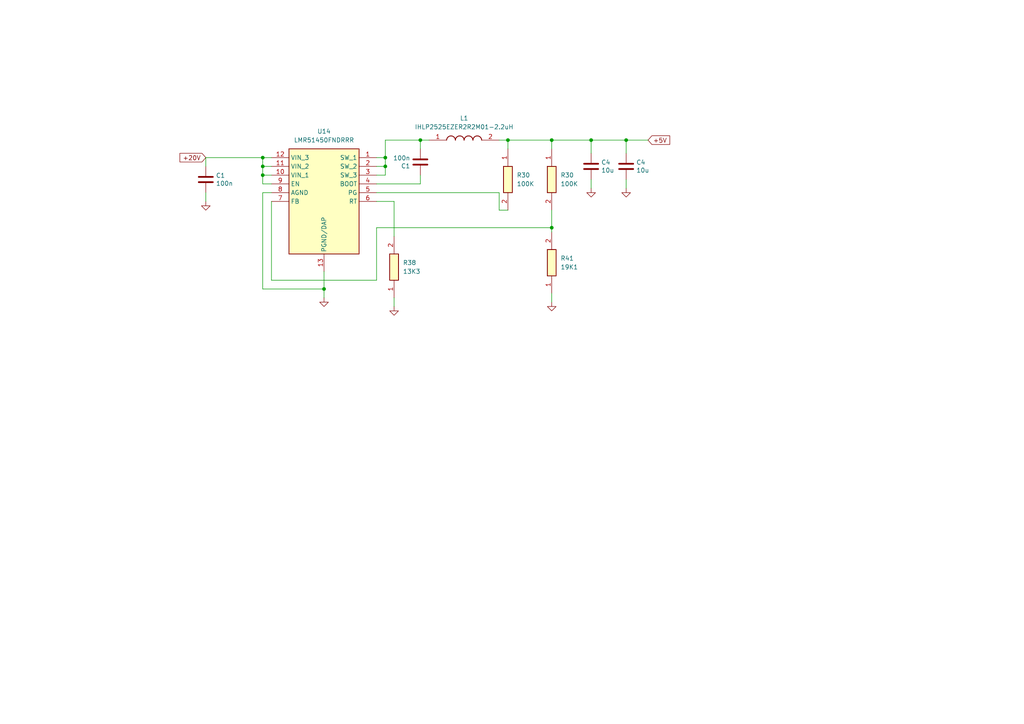
<source format=kicad_sch>
(kicad_sch (version 20230121) (generator eeschema)
  (paper "A4")
  (lib_symbols
    (symbol "Device:C" (pin_numbers hide) (pin_names (offset 0.254))
      (property "Reference" "C" (at 0.635 2.54 0))
      (property "Value" "C" (at 0.635 -2.54 0))
      (symbol "C_0_1"
        (polyline (pts (xy -2.032 -0.762) (xy 2.032 -0.762)) (stroke (width 0.508)))
        (polyline (pts (xy -2.032 0.762) (xy 2.032 0.762)) (stroke (width 0.508)))
      )
      (symbol "C_1_1"
        (pin passive line (at 0 3.81 270) (length 2.794) (name "~") (number "1"))
        (pin passive line (at 0 -3.81 90) (length 2.794) (name "~") (number "2"))
      )
    )
    (symbol "SamacSys_Parts:CR0402-FX-1003GLF" (pin_names hide)
      (property "Reference" "R" (at 13.97 6.35 0))
      (property "Value" "CR0402-FX-1003GLF" (at 13.97 3.81 0))
      (symbol "CR0402-FX-1003GLF_1_1"
        (rectangle (start 5.08 1.27) (end 12.7 -1.27) (stroke (width 0.254)) (fill (type background)))
        (pin passive line (at 0 0 0) (length 5.08) (name "1") (number "1"))
        (pin passive line (at 17.78 0 180) (length 5.08) (name "2") (number "2"))
      )
    )
    (symbol "SamacSys_Parts:CR0402-FX-1332GLF" (pin_names hide)
      (property "Reference" "R" (at 13.97 6.35 0))
      (property "Value" "CR0402-FX-1332GLF" (at 13.97 3.81 0))
      (symbol "CR0402-FX-1332GLF_1_1"
        (rectangle (start 5.08 1.27) (end 12.7 -1.27) (stroke (width 0.254)) (fill (type background)))
        (pin passive line (at 0 0 0) (length 5.08) (name "1") (number "1"))
        (pin passive line (at 17.78 0 180) (length 5.08) (name "2") (number "2"))
      )
    )
    (symbol "SamacSys_Parts:CR0402-FX-1912GLF" (pin_names hide)
      (property "Reference" "R" (at 13.97 6.35 0))
      (property "Value" "CR0402-FX-1912GLF" (at 13.97 3.81 0))
      (symbol "CR0402-FX-1912GLF_1_1"
        (rectangle (start 5.08 1.27) (end 12.7 -1.27) (stroke (width 0.254)) (fill (type background)))
        (pin passive line (at 0 0 0) (length 5.08) (name "1") (number "1"))
        (pin passive line (at 17.78 0 180) (length 5.08) (name "2") (number "2"))
      )
    )
    (symbol "SamacSys_Parts:IHLP2525EZER2R2M01" (pin_names hide)
      (property "Reference" "L" (at 16.51 6.35 0))
      (property "Value" "IHLP2525EZER2R2M01" (at 16.51 3.81 0))
      (symbol "IHLP2525EZER2R2M01_1_1"
        (arc (start 7.62 0) (mid 6.35 1.219) (end 5.08 0) (stroke (width 0.254)))
        (arc (start 10.16 0) (mid 8.89 1.219) (end 7.62 0) (stroke (width 0.254)))
        (arc (start 12.7 0) (mid 11.43 1.219) (end 10.16 0) (stroke (width 0.254)))
        (arc (start 15.24 0) (mid 13.97 1.219) (end 12.7 0) (stroke (width 0.254)))
        (pin passive line (at 0 0 0) (length 5.08) (name "1") (number "1"))
        (pin passive line (at 20.32 0 180) (length 5.08) (name "2") (number "2"))
      )
    )
    (symbol "SamacSys_Parts:LMR51450FNDRRR"
      (property "Reference" "U" (at 26.67 7.62 0))
      (property "Value" "LMR51450FNDRRR" (at 26.67 5.08 0))
      (symbol "LMR51450FNDRRR_1_1"
        (rectangle (start 5.08 2.54) (end 25.4 -27.94) (stroke (width 0.254)) (fill (type background)))
        (pin passive line (at 0 0 0) (length 5.08) (name "SW_1") (number "1"))
        (pin passive line (at 30.48 -5.08 180) (length 5.08) (name "VIN_1") (number "10"))
        (pin passive line (at 30.48 -2.54 180) (length 5.08) (name "VIN_2") (number "11"))
        (pin passive line (at 30.48 0 180) (length 5.08) (name "VIN_3") (number "12"))
        (pin passive line (at 15.24 -33.02 90) (length 5.08) (name "PGND/DAP") (number "13"))
        (pin passive line (at 0 -2.54 0) (length 5.08) (name "SW_2") (number "2"))
        (pin passive line (at 0 -5.08 0) (length 5.08) (name "SW_3") (number "3"))
        (pin passive line (at 0 -7.62 0) (length 5.08) (name "BOOT") (number "4"))
        (pin passive line (at 0 -10.16 0) (length 5.08) (name "PG") (number "5"))
        (pin passive line (at 0 -12.7 0) (length 5.08) (name "RT") (number "6"))
        (pin passive line (at 30.48 -12.7 180) (length 5.08) (name "FB") (number "7"))
        (pin passive line (at 30.48 -10.16 180) (length 5.08) (name "AGND") (number "8"))
        (pin passive line (at 30.48 -7.62 180) (length 5.08) (name "EN") (number "9"))
      )
    )
    (symbol "power:GND" (power) (pin_names (offset 0))
      (property "Value" "GND" (at 0 -3.81 0))
      (symbol "GND_0_1"
        (polyline (pts (xy 0 0) (xy 0 -1.27) (xy 1.27 -1.27) (xy 0 -2.54) (xy -1.27 -1.27) (xy 0 -1.27)))
      )
      (symbol "GND_1_1"
        (pin power_in line (at 0 0 270) (length 0) hide (name "GND") (number "1"))
      )
    )
  )
  (junction (at 111.76 45.72))
  (junction (at 76.2 48.26))
  (junction (at 76.2 45.72))
  (junction (at 93.98 83.82))
  (junction (at 111.76 48.26))
  (junction (at 121.92 40.64))
  (junction (at 147.32 40.64))
  (junction (at 76.2 50.8))
  (junction (at 171.45 40.64))
  (junction (at 181.61 40.64))
  (junction (at 160.02 40.64))
  (junction (at 160.02 66.04))
  (wire (pts (xy 144.78 55.88) (xy 144.78 60.96)))
  (wire (pts (xy 109.22 58.42) (xy 114.3 58.42)))
  (wire (pts (xy 93.98 83.82) (xy 76.2 83.82)))
  (wire (pts (xy 76.2 48.26) (xy 78.74 48.26)))
  (wire (pts (xy 78.74 50.8) (xy 76.2 50.8)))
  (wire (pts (xy 111.76 45.72) (xy 111.76 40.64)))
  (wire (pts (xy 109.22 45.72) (xy 111.76 45.72)))
  (wire (pts (xy 93.98 83.82) (xy 93.98 86.36)))
  (wire (pts (xy 144.78 60.96) (xy 147.32 60.96)))
  (wire (pts (xy 59.69 45.72) (xy 59.69 48.26)))
  (wire (pts (xy 76.2 55.88) (xy 76.2 83.82)))
  (wire (pts (xy 111.76 48.26) (xy 111.76 45.72)))
  (wire (pts (xy 181.61 40.64) (xy 187.96 40.64)))
  (wire (pts (xy 109.22 81.28) (xy 109.22 66.04)))
  (wire (pts (xy 160.02 66.04) (xy 160.02 67.31)))
  (wire (pts (xy 109.22 53.34) (xy 121.92 53.34)))
  (wire (pts (xy 78.74 58.42) (xy 78.74 81.28)))
  (wire (pts (xy 59.69 55.88) (xy 59.69 58.42)))
  (wire (pts (xy 171.45 52.07) (xy 171.45 54.61)))
  (wire (pts (xy 93.98 78.74) (xy 93.98 83.82)))
  (wire (pts (xy 160.02 40.64) (xy 160.02 43.18)))
  (wire (pts (xy 78.74 53.34) (xy 76.2 53.34)))
  (wire (pts (xy 160.02 85.09) (xy 160.02 87.63)))
  (wire (pts (xy 76.2 48.26) (xy 76.2 45.72)))
  (wire (pts (xy 76.2 53.34) (xy 76.2 50.8)))
  (wire (pts (xy 76.2 50.8) (xy 76.2 48.26)))
  (wire (pts (xy 109.22 50.8) (xy 111.76 50.8)))
  (wire (pts (xy 160.02 60.96) (xy 160.02 66.04)))
  (wire (pts (xy 111.76 50.8) (xy 111.76 48.26)))
  (wire (pts (xy 147.32 40.64) (xy 160.02 40.64)))
  (wire (pts (xy 78.74 81.28) (xy 109.22 81.28)))
  (wire (pts (xy 76.2 45.72) (xy 78.74 45.72)))
  (wire (pts (xy 109.22 66.04) (xy 160.02 66.04)))
  (wire (pts (xy 160.02 40.64) (xy 171.45 40.64)))
  (wire (pts (xy 76.2 45.72) (xy 59.69 45.72)))
  (wire (pts (xy 171.45 40.64) (xy 181.61 40.64)))
  (wire (pts (xy 121.92 53.34) (xy 121.92 50.8)))
  (wire (pts (xy 109.22 55.88) (xy 144.78 55.88)))
  (wire (pts (xy 147.32 43.18) (xy 147.32 40.64)))
  (wire (pts (xy 114.3 86.36) (xy 114.3 88.9)))
  (wire (pts (xy 109.22 48.26) (xy 111.76 48.26)))
  (wire (pts (xy 114.3 58.42) (xy 114.3 68.58)))
  (wire (pts (xy 181.61 52.07) (xy 181.61 54.61)))
  (wire (pts (xy 111.76 40.64) (xy 121.92 40.64)))
  (wire (pts (xy 181.61 40.64) (xy 181.61 44.45)))
  (wire (pts (xy 147.32 40.64) (xy 144.78 40.64)))
  (wire (pts (xy 121.92 40.64) (xy 124.46 40.64)))
  (wire (pts (xy 171.45 40.64) (xy 171.45 44.45)))
  (wire (pts (xy 76.2 55.88) (xy 78.74 55.88)))
  (wire (pts (xy 121.92 40.64) (xy 121.92 43.18)))
  (global_label "+20V" (shape input) (at 59.69 45.72 180) (property "Intersheetrefs" "${INTERSHEET_REFS}" (effects hide)))
  (global_label "+5V" (shape input) (at 187.96 40.64 0) (property "Intersheetrefs" "${INTERSHEET_REFS}" (effects hide)))
  (symbol (lib_id "power:GND") (at 114.3 88.9 0) (unit 1)
    (property "Reference" "#PWR09" (effects hide))
    (property "Value" "GND" (effects hide))
    (instances (project "rpi-cm4-base-carrier" (path "" (reference "#PWR09") (unit 1)) (path "" (reference "#PWR077") (unit 1)) (path "" (reference "#PWR067") (unit 1)) (path "" (reference "#PWR088") (unit 1))))
  )
  (symbol (lib_id "power:GND") (at 59.69 58.42 0) (unit 1)
    (property "Reference" "#PWR09" (effects hide))
    (property "Value" "GND" (effects hide))
    (instances (project "rpi-cm4-base-carrier" (path "" (reference "#PWR09") (unit 1)) (path "" (reference "#PWR077") (unit 1)) (path "" (reference "#PWR067") (unit 1)) (path "" (reference "#PWR086") (unit 1))))
  )
  (symbol (lib_id "power:GND") (at 181.61 54.61 0) (unit 1)
    (property "Reference" "#PWR09" (effects hide))
    (property "Value" "GND" (effects hide))
    (instances (project "rpi-cm4-base-carrier" (path "" (reference "#PWR09") (unit 1)) (path "" (reference "#PWR077") (unit 1)) (path "" (reference "#PWR067") (unit 1)) (path "" (reference "#PWR091") (unit 1))))
  )
  (symbol (lib_id "Device:C") (at 59.69 52.07 0) (unit 1)
    (property "Reference" "C1" (at 62.611 50.9016 0) (effects (justify left)))
    (property "Value" "100n" (at 62.611 53.213 0) (effects (justify left)))
    (property "Footprint" "Capacitor_SMD:C_0402_1005Metric" (effects hide))
    (property "Datasheet" "https://search.murata.co.jp/Ceramy/image/img/A01X/G101/ENG/GRM155R71C104KA88-01.pdf" (effects hide))
    (property "Field4" "Farnell" (effects hide))
    (property "Field5" "2611911" (effects hide))
    (property "Field6" "RM EMK105 B7104KV-F" (effects hide))
    (property "Field7" "TAIYO YUDEN EUROPE GMBH" (effects hide))
    (property "Part Description" "	0.1uF 10% 16V Ceramic Capacitor X7R 0402 (1005 Metric)" (effects hide))
    (property "Field8" "110091611" (effects hide))
    (instances (project "rpi-cm4-base-carrier" (path "" (reference "C1") (unit 1)) (path "" (reference "C38") (unit 1)) (path "" (reference "C41") (unit 1)) (path "" (reference "C47") (unit 1))) (project "CM4IOv5" (path "" (reference "C12") (unit 1))))
  )
  (symbol (lib_id "power:GND") (at 160.02 87.63 0) (unit 1)
    (property "Reference" "#PWR09" (effects hide))
    (property "Value" "GND" (effects hide))
    (instances (project "rpi-cm4-base-carrier" (path "" (reference "#PWR09") (unit 1)) (path "" (reference "#PWR077") (unit 1)) (path "" (reference "#PWR067") (unit 1)) (path "" (reference "#PWR089") (unit 1))))
  )
  (symbol (lib_id "Device:C") (at 121.92 46.99 180) (unit 1)
    (property "Reference" "C1" (at 118.999 48.1584 0) (effects (justify left)))
    (property "Value" "100n" (at 118.999 45.847 0) (effects (justify left)))
    (property "Footprint" "Capacitor_SMD:C_0402_1005Metric" (effects hide))
    (property "Datasheet" "https://search.murata.co.jp/Ceramy/image/img/A01X/G101/ENG/GRM155R71C104KA88-01.pdf" (effects hide))
    (property "Field4" "Farnell" (effects hide))
    (property "Field5" "2611911" (effects hide))
    (property "Field6" "RM EMK105 B7104KV-F" (effects hide))
    (property "Field7" "TAIYO YUDEN EUROPE GMBH" (effects hide))
    (property "Part Description" "	0.1uF 10% 16V Ceramic Capacitor X7R 0402 (1005 Metric)" (effects hide))
    (property "Field8" "110091611" (effects hide))
    (instances (project "rpi-cm4-base-carrier" (path "" (reference "C1") (unit 1)) (path "" (reference "C38") (unit 1)) (path "" (reference "C41") (unit 1)) (path "" (reference "C48") (unit 1))) (project "CM4IOv5" (path "" (reference "C12") (unit 1))))
  )
  (symbol (lib_id "SamacSys_Parts:CR0402-FX-1003GLF") (at 147.32 43.18 270) (unit 1)
    (property "Reference" "R30" (at 149.86 50.8 90) (effects (justify left)))
    (property "Value" "100K" (at 149.86 53.34 90) (effects (justify left)))
    (property "Footprint" "SamacSys_Parts:RESC1005X40N" (effects hide))
    (property "Datasheet" "https://www.bourns.com/pdfs/CR0402.pdf" (effects hide))
    (property "Height" "0.4" (effects hide))
    (property "Mouser Part Number" "652-CR0402FX-1003GLF" (effects hide))
    (property "Mouser Price/Stock" "https://www.mouser.co.uk/ProductDetail/Bourns/CR0402-FX-1003GLF?qs=URDPQ%2Fj0cz1ZruPSJQ7fsA%3D%3D" (effects hide))
    (property "Manufacturer_Name" "Bourns" (effects hide))
    (property "Manufacturer_Part_Number" "CR0402-FX-1003GLF" (effects hide))
    (instances (project "rpi-cm4-base-carrier" (path "" (reference "R30") (unit 1)) (path "" (reference "R34") (unit 1)) (path "" (reference "R39") (unit 1))))
  )
  (symbol (lib_id "power:GND") (at 93.98 86.36 0) (unit 1)
    (property "Reference" "#PWR09" (effects hide))
    (property "Value" "GND" (effects hide))
    (instances (project "rpi-cm4-base-carrier" (path "" (reference "#PWR09") (unit 1)) (path "" (reference "#PWR077") (unit 1)) (path "" (reference "#PWR067") (unit 1)) (path "" (reference "#PWR087") (unit 1))))
  )
  (symbol (lib_id "SamacSys_Parts:IHLP2525EZER2R2M01") (at 124.46 40.64 0) (unit 1)
    (property "Reference" "L1" (at 134.62 34.29 0))
    (property "Value" "IHLP2525EZER2R2M01-2.2uH" (at 134.62 36.83 0))
    (property "Footprint" "INDPM6965X500N" (effects hide))
    (property "Datasheet" "https://www.vishay.com/docs/34177/ihlp-2525ez-01.pdf" (effects hide))
    (property "Height" "5" (effects hide))
    (property "Mouser Part Number" "70-IHLP2525EZER2R2M0" (effects hide))
    (property "Mouser Price/Stock" "https://www.mouser.co.uk/ProductDetail/Vishay-Dale/IHLP2525EZER2R2M01?qs=gMuw6kkpPFhlToRwq8I8qw%3D%3D" (effects hide))
    (property "Manufacturer_Name" "Vishay" (effects hide))
    (property "Manufacturer_Part_Number" "IHLP2525EZER2R2M01" (effects hide))
  )
  (symbol (lib_id "Device:C") (at 181.61 48.26 0) (unit 1)
    (property "Reference" "C4" (at 184.531 47.0916 0) (effects (justify left)))
    (property "Value" "10u" (at 184.531 49.403 0) (effects (justify left)))
    (property "Footprint" "Capacitor_SMD:C_0805_2012Metric" (effects hide))
    (property "Datasheet" "https://search.murata.co.jp/Ceramy/image/img/A01X/G101/ENG/GRM21BR71A106KA73-01.pdf" (effects hide))
    (property "Field5" "490-14381-1-ND" (effects hide))
    (property "Field4" "Digikey" (effects hide))
    (property "Field6" "GRM21BR71A106KA73L" (effects hide))
    (property "Field7" "Murata" (effects hide))
    (property "Part Description" "	10uF 10% 10V Ceramic Capacitor X7R 0805 (2012 Metric)" (effects hide))
    (property "Field8" "111893011" (effects hide))
    (instances (project "rpi-cm4-base-carrier" (path "" (reference "C4") (unit 1)) (path "" (reference "C21") (unit 1)) (path "" (reference "C50") (unit 1))) (project "CM4IOv5" (path "" (reference "C5") (unit 1))))
  )
  (symbol (lib_id "SamacSys_Parts:CR0402-FX-1332GLF") (at 114.3 86.36 90) (unit 1)
    (property "Reference" "R38" (at 116.84 76.2 90) (effects (justify right)))
    (property "Value" "13K3" (at 116.84 78.74 90) (effects (justify right)))
    (property "Footprint" "RESC1005X40N" (effects hide))
    (property "Datasheet" "https://componentsearchengine.com/Datasheets/1/CR0402-FX-1332GLF.pdf" (effects hide))
    (property "Height" "0.4" (effects hide))
    (property "Mouser Part Number" "652-CR0402-FX1332GLF" (effects hide))
    (property "Mouser Price/Stock" "https://www.mouser.com/Search/Refine.aspx?Keyword=652-CR0402-FX1332GLF" (effects hide))
    (property "Manufacturer_Name" "Bourns" (effects hide))
    (property "Manufacturer_Part_Number" "CR0402-FX-1332GLF" (effects hide))
  )
  (symbol (lib_id "Device:C") (at 171.45 48.26 0) (unit 1)
    (property "Reference" "C4" (at 174.371 47.0916 0) (effects (justify left)))
    (property "Value" "10u" (at 174.371 49.403 0) (effects (justify left)))
    (property "Footprint" "Capacitor_SMD:C_0805_2012Metric" (effects hide))
    (property "Datasheet" "https://search.murata.co.jp/Ceramy/image/img/A01X/G101/ENG/GRM21BR71A106KA73-01.pdf" (effects hide))
    (property "Field5" "490-14381-1-ND" (effects hide))
    (property "Field4" "Digikey" (effects hide))
    (property "Field6" "GRM21BR71A106KA73L" (effects hide))
    (property "Field7" "Murata" (effects hide))
    (property "Part Description" "	10uF 10% 10V Ceramic Capacitor X7R 0805 (2012 Metric)" (effects hide))
    (property "Field8" "111893011" (effects hide))
    (instances (project "rpi-cm4-base-carrier" (path "" (reference "C4") (unit 1)) (path "" (reference "C21") (unit 1)) (path "" (reference "C49") (unit 1))) (project "CM4IOv5" (path "" (reference "C5") (unit 1))))
  )
  (symbol (lib_id "power:GND") (at 171.45 54.61 0) (unit 1)
    (property "Reference" "#PWR09" (effects hide))
    (property "Value" "GND" (effects hide))
    (instances (project "rpi-cm4-base-carrier" (path "" (reference "#PWR09") (unit 1)) (path "" (reference "#PWR077") (unit 1)) (path "" (reference "#PWR067") (unit 1)) (path "" (reference "#PWR090") (unit 1))))
  )
  (symbol (lib_id "SamacSys_Parts:LMR51450FNDRRR") (at 109.22 45.72 0) (mirror y) (unit 1)
    (property "Reference" "U14" (at 93.98 38.1 0))
    (property "Value" "LMR51450FNDRRR" (at 93.98 40.64 0))
    (property "Footprint" "SON50P300X300X80-13N-D" (effects hide))
    (property "Datasheet" "https://www.ti.com/lit/ds/symlink/lmr51450.pdf?ts=1681907573404&ref_url=https%253A%252F%252Fwww.ti.com%252Fproduct%252FLMR51450%252Fpart-details%252FLMR51450FNDRRR" (effects hide))
    (property "Height" "0.8" (effects hide))
    (property "Mouser Part Number" "595-LMR51450FNDRRR" (effects hide))
    (property "Mouser Price/Stock" "https://www.mouser.co.uk/ProductDetail/Texas-Instruments/LMR51450FNDRRR?qs=rQFj71Wb1eVWWBj0Ni4OAA%3D%3D" (effects hide))
    (property "Manufacturer_Name" "Texas Instruments" (effects hide))
    (property "Manufacturer_Part_Number" "LMR51450FNDRRR" (effects hide))
  )
  (symbol (lib_id "SamacSys_Parts:CR0402-FX-1912GLF") (at 160.02 85.09 90) (unit 1)
    (property "Reference" "R41" (at 162.56 74.93 90) (effects (justify right)))
    (property "Value" "19K1" (at 162.56 77.47 90) (effects (justify right)))
    (property "Footprint" "RESC1005X40N" (effects hide))
    (property "Datasheet" "https://www.bourns.com/pdfs/CR0402.pdf" (effects hide))
    (property "Height" "0.4" (effects hide))
    (property "Mouser Part Number" "652-CR0402-FX1912GLF" (effects hide))
    (property "Mouser Price/Stock" "https://www.mouser.co.uk/ProductDetail/Bourns/CR0402-FX-1912GLF/?qs=JflQ4L8so%2Fu%252BVcT05JoqpQ%3D%3D" (effects hide))
    (property "Manufacturer_Name" "Bourns" (effects hide))
    (property "Manufacturer_Part_Number" "CR0402-FX-1912GLF" (effects hide))
  )
  (symbol (lib_id "SamacSys_Parts:CR0402-FX-1003GLF") (at 160.02 43.18 270) (unit 1)
    (property "Reference" "R30" (at 162.56 50.8 90) (effects (justify left)))
    (property "Value" "100K" (at 162.56 53.34 90) (effects (justify left)))
    (property "Footprint" "SamacSys_Parts:RESC1005X40N" (effects hide))
    (property "Datasheet" "https://www.bourns.com/pdfs/CR0402.pdf" (effects hide))
    (property "Height" "0.4" (effects hide))
    (property "Mouser Part Number" "652-CR0402FX-1003GLF" (effects hide))
    (property "Mouser Price/Stock" "https://www.mouser.co.uk/ProductDetail/Bourns/CR0402-FX-1003GLF?qs=URDPQ%2Fj0cz1ZruPSJQ7fsA%3D%3D" (effects hide))
    (property "Manufacturer_Name" "Bourns" (effects hide))
    (property "Manufacturer_Part_Number" "CR0402-FX-1003GLF" (effects hide))
    (instances (project "rpi-cm4-base-carrier" (path "" (reference "R30") (unit 1)) (path "" (reference "R34") (unit 1)) (path "" (reference "R40") (unit 1))))
  )
)
</source>
